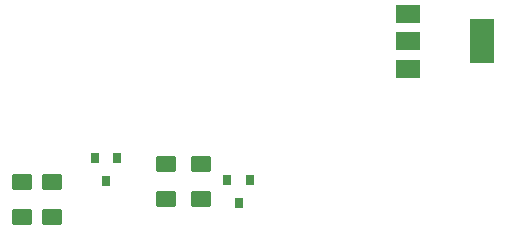
<source format=gbp>
%TF.GenerationSoftware,KiCad,Pcbnew,(6.0.1)*%
%TF.CreationDate,2022-01-24T21:35:52+01:00*%
%TF.ProjectId,SmartSwitch,536d6172-7453-4776-9974-63682e6b6963,rev?*%
%TF.SameCoordinates,Original*%
%TF.FileFunction,Paste,Bot*%
%TF.FilePolarity,Positive*%
%FSLAX46Y46*%
G04 Gerber Fmt 4.6, Leading zero omitted, Abs format (unit mm)*
G04 Created by KiCad (PCBNEW (6.0.1)) date 2022-01-24 21:35:52*
%MOMM*%
%LPD*%
G01*
G04 APERTURE LIST*
G04 Aperture macros list*
%AMRoundRect*
0 Rectangle with rounded corners*
0 $1 Rounding radius*
0 $2 $3 $4 $5 $6 $7 $8 $9 X,Y pos of 4 corners*
0 Add a 4 corners polygon primitive as box body*
4,1,4,$2,$3,$4,$5,$6,$7,$8,$9,$2,$3,0*
0 Add four circle primitives for the rounded corners*
1,1,$1+$1,$2,$3*
1,1,$1+$1,$4,$5*
1,1,$1+$1,$6,$7*
1,1,$1+$1,$8,$9*
0 Add four rect primitives between the rounded corners*
20,1,$1+$1,$2,$3,$4,$5,0*
20,1,$1+$1,$4,$5,$6,$7,0*
20,1,$1+$1,$6,$7,$8,$9,0*
20,1,$1+$1,$8,$9,$2,$3,0*%
G04 Aperture macros list end*
%ADD10R,2.000000X1.500000*%
%ADD11R,2.000000X3.800000*%
%ADD12RoundRect,0.250001X0.624999X-0.462499X0.624999X0.462499X-0.624999X0.462499X-0.624999X-0.462499X0*%
%ADD13RoundRect,0.250001X-0.624999X0.462499X-0.624999X-0.462499X0.624999X-0.462499X0.624999X0.462499X0*%
%ADD14R,0.800000X0.900000*%
G04 APERTURE END LIST*
D10*
X154381000Y-94040000D03*
X154381000Y-91740000D03*
X154381000Y-89440000D03*
D11*
X160681000Y-91740000D03*
D12*
X136862990Y-105093343D03*
X136862990Y-102118343D03*
D13*
X121765606Y-103636443D03*
X121765606Y-106611443D03*
X133941990Y-102081843D03*
X133941990Y-105056843D03*
D12*
X124305606Y-106611443D03*
X124305606Y-103636443D03*
D14*
X139121000Y-103456000D03*
X141021000Y-103456000D03*
X140071000Y-105456000D03*
X127871865Y-101588015D03*
X129771865Y-101588015D03*
X128821865Y-103588015D03*
M02*

</source>
